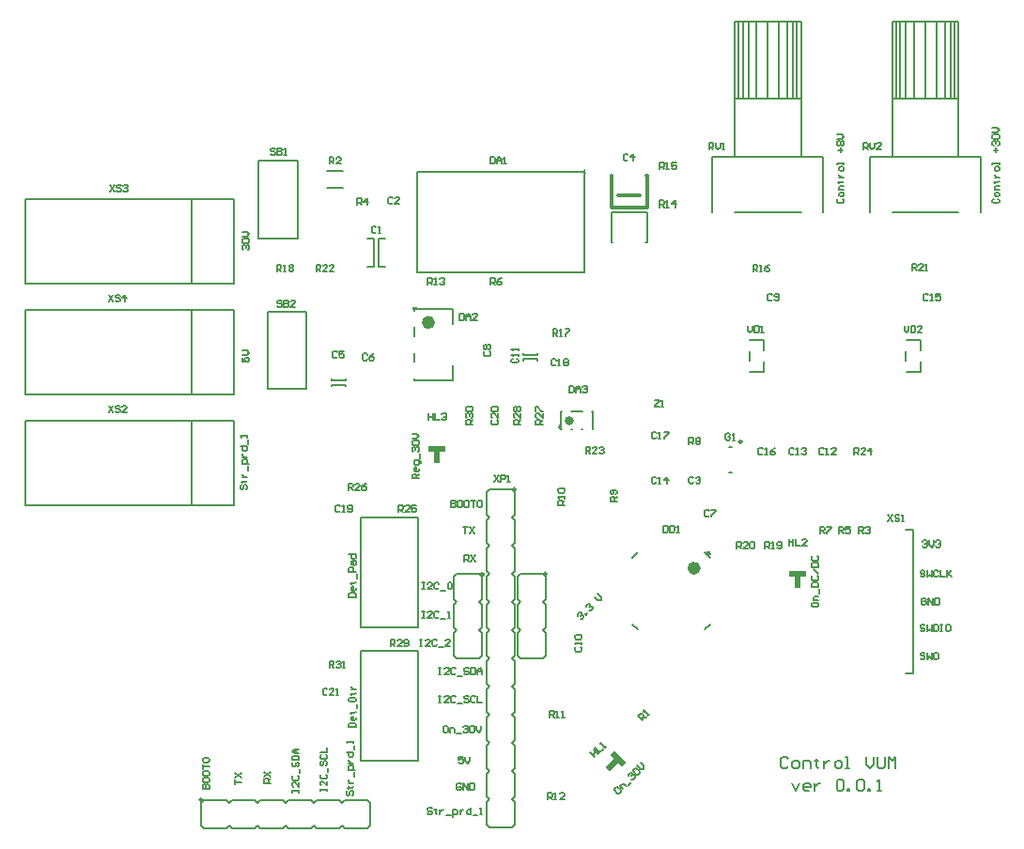
<source format=gto>
G04*
G04 #@! TF.GenerationSoftware,Altium Limited,Altium Designer,24.2.2 (26)*
G04*
G04 Layer_Color=65535*
%FSLAX44Y44*%
%MOMM*%
G71*
G04*
G04 #@! TF.SameCoordinates,CC1128A4-4406-4156-BFDA-932D597DC64E*
G04*
G04*
G04 #@! TF.FilePolarity,Positive*
G04*
G01*
G75*
%ADD10C,0.2500*%
%ADD11C,0.4000*%
%ADD12C,0.6000*%
%ADD13C,0.1500*%
%ADD14C,0.2000*%
%ADD15C,0.3000*%
%ADD16R,0.5000X1.3050*%
%ADD17R,1.5000X0.5550*%
G04:AMPARAMS|DCode=18|XSize=1.305mm|YSize=0.5mm|CornerRadius=0mm|HoleSize=0mm|Usage=FLASHONLY|Rotation=225.000|XOffset=0mm|YOffset=0mm|HoleType=Round|Shape=Rectangle|*
%AMROTATEDRECTD18*
4,1,4,0.2846,0.6382,0.6382,0.2846,-0.2846,-0.6382,-0.6382,-0.2846,0.2846,0.6382,0.0*
%
%ADD18ROTATEDRECTD18*%

G04:AMPARAMS|DCode=19|XSize=0.555mm|YSize=1.5mm|CornerRadius=0mm|HoleSize=0mm|Usage=FLASHONLY|Rotation=225.000|XOffset=0mm|YOffset=0mm|HoleType=Round|Shape=Rectangle|*
%AMROTATEDRECTD19*
4,1,4,-0.3341,0.7266,0.7266,-0.3341,0.3341,-0.7266,-0.7266,0.3341,-0.3341,0.7266,0.0*
%
%ADD19ROTATEDRECTD19*%

D10*
X413950Y267100D02*
G03*
X413950Y267100I-1250J0D01*
G01*
X160550Y63700D02*
G03*
X160550Y63700I-1250J0D01*
G01*
X470848Y267301D02*
G03*
X470848Y267301I-1250J0D01*
G01*
X646500Y386450D02*
G03*
X646500Y386450I-1250J0D01*
G01*
X442950Y343500D02*
G03*
X442950Y343500I-1250J0D01*
G01*
X482992Y400762D02*
G03*
X483032Y398461I508J-1142D01*
G01*
X616500Y284250D02*
G03*
X615250Y285500I0J1250D01*
G01*
X352633Y507028D02*
G03*
X350972Y505367I-1133J-528D01*
G01*
X504878Y628817D02*
G03*
X503217Y630478I-528J1133D01*
G01*
D11*
X493000Y405500D02*
G03*
X493000Y405500I-2000J0D01*
G01*
D12*
X606500Y272500D02*
G03*
X606500Y272500I-3000J0D01*
G01*
X367000Y494000D02*
G03*
X367000Y494000I-3000J0D01*
G01*
D13*
X387300Y193440D02*
X387300Y213760D01*
X389840Y216300D01*
X387300Y193440D02*
X389840Y190900D01*
X412700Y213760D02*
X412700Y193440D01*
X410180Y216280D02*
X412700Y213760D01*
X410160Y190900D02*
X412700Y193440D01*
X389840Y190900D02*
X410160D01*
X387300Y264560D02*
X387300Y244240D01*
X387300Y264560D02*
X389840Y267100D01*
Y267103D02*
X410180Y267080D01*
X387300Y244240D02*
X389840Y241700D01*
X412700Y244240D02*
X412700Y264560D01*
X410180Y267080D02*
X412700Y264560D01*
X410160Y241700D02*
X412700Y244240D01*
X410160Y216300D02*
X412700Y218840D01*
X410180Y241680D02*
X412700Y239160D01*
Y218840D02*
Y239160D01*
X387300Y218840D02*
X389840Y216300D01*
X387300Y239160D02*
X389840Y241700D01*
X387300Y218840D02*
Y239160D01*
X263440Y38300D02*
X283760D01*
X260900Y40840D02*
X263440Y38300D01*
X283760D02*
X286300Y40840D01*
X263440Y63700D02*
X283760D01*
X260920Y61180D02*
X263440Y63700D01*
X283760D02*
X286300Y61160D01*
X309160Y63700D02*
X311700Y61160D01*
X286320Y61180D02*
X288840Y63700D01*
X309160D01*
Y38300D02*
X311700Y40840D01*
Y61160D01*
X286300Y40840D02*
X288840Y38300D01*
X309160D01*
X212640D02*
X232960D01*
X210100Y40840D02*
X212640Y38300D01*
X232960D02*
X235500Y40840D01*
X212640Y63700D02*
X232960D01*
X210120Y61180D02*
X212640Y63700D01*
X232960D02*
X235500Y61160D01*
X258360Y63700D02*
X260900Y61160D01*
X235520Y61180D02*
X238040Y63700D01*
X258360D01*
Y38300D02*
X260900Y40840D01*
X235500D02*
X238040Y38300D01*
X258360D01*
X161840D02*
X182160D01*
X159300Y40840D02*
X161840Y38300D01*
X159297Y40840D02*
X159320Y61180D01*
X182160Y38300D02*
X184700Y40840D01*
X161840Y63700D02*
X182160D01*
X159320Y61180D02*
X161840Y63700D01*
X182160D02*
X184700Y61160D01*
X207560Y63700D02*
X210100Y61160D01*
X184720Y61180D02*
X187240Y63700D01*
X207560D01*
Y38300D02*
X210100Y40840D01*
X184700D02*
X187240Y38300D01*
X207560D01*
X444198Y193641D02*
X444198Y213961D01*
X446738Y216501D01*
X444198Y193641D02*
X446738Y191101D01*
X469598Y213961D02*
X469598Y193641D01*
X467078Y216481D02*
X469598Y213961D01*
X467058Y191101D02*
X469598Y193641D01*
X446738Y191101D02*
X467058D01*
X444198Y264761D02*
X444198Y244441D01*
X444198Y264761D02*
X446738Y267301D01*
Y267304D02*
X467078Y267281D01*
X444198Y244441D02*
X446738Y241901D01*
X469598Y244441D02*
X469598Y264761D01*
X467078Y267281D02*
X469598Y264761D01*
X467058Y241901D02*
X469598Y244441D01*
X467058Y216501D02*
X469598Y219041D01*
X467078Y241881D02*
X469598Y239361D01*
Y219041D02*
Y239361D01*
X444198Y219041D02*
X446738Y216501D01*
X444198Y239361D02*
X446738Y241901D01*
X444198Y219041D02*
Y239361D01*
X634703Y381500D02*
X637300Y381500D01*
X634703Y358500D02*
X637300Y358500D01*
X807500Y469067D02*
Y478500D01*
X794500Y459542D02*
Y468458D01*
X794684Y478500D02*
X807500D01*
X794684Y449500D02*
X807500D01*
Y458933D01*
X416300Y295240D02*
X416300Y315560D01*
X418840Y318100D01*
X416300Y295240D02*
X418840Y292700D01*
X441700Y315560D02*
X441700Y295240D01*
X439180Y318080D02*
X441700Y315560D01*
X439160Y292700D02*
X441700Y295240D01*
X439160Y318100D02*
X441700Y320640D01*
X439180Y343480D02*
X441700Y340960D01*
X441700Y320640D01*
X416300D02*
X418840Y318100D01*
Y343503D02*
X439180Y343480D01*
X416300Y340960D02*
X418840Y343500D01*
X416300Y320640D02*
X416300Y340960D01*
X416300Y264760D02*
X416300Y244440D01*
X416300Y264760D02*
X418840Y267300D01*
X416300Y244440D02*
X418840Y241900D01*
X441700Y244440D02*
X441700Y264760D01*
X439180Y267280D02*
X441700Y264760D01*
X439160Y241900D02*
X441700Y244440D01*
X439160Y267300D02*
X441700Y269840D01*
X439180Y292680D02*
X441700Y290160D01*
Y269840D02*
Y290160D01*
X416300Y269840D02*
X418840Y267300D01*
X416300Y290160D02*
X418840Y292700D01*
X416300Y269840D02*
Y290160D01*
X416300Y193640D02*
X416300Y213960D01*
X418840Y216500D01*
X416300Y193640D02*
X418840Y191100D01*
X441700Y213960D02*
X441700Y193640D01*
X439180Y216480D02*
X441700Y213960D01*
X439160Y191100D02*
X441700Y193640D01*
X439160Y216500D02*
X441700Y219040D01*
X439180Y241880D02*
X441700Y239360D01*
X441700Y219040D02*
X441700Y239360D01*
X416300Y219040D02*
X418840Y216500D01*
X416300Y239360D02*
X418840Y241900D01*
X416300Y239360D02*
X416300Y219040D01*
X416300Y163160D02*
X416300Y142840D01*
X416300Y163160D02*
X418840Y165700D01*
X416300Y142840D02*
X418840Y140300D01*
X441700Y142840D02*
X441700Y163160D01*
X439180Y165680D02*
X441700Y163160D01*
X439160Y140300D02*
X441700Y142840D01*
X439160Y165700D02*
X441700Y168240D01*
X439180Y191080D02*
X441700Y188560D01*
X441700Y168240D01*
X416300D02*
X418840Y165700D01*
X416300Y188560D02*
X418840Y191100D01*
X416300Y168240D02*
X416300Y188560D01*
X416300Y92040D02*
X416300Y112360D01*
X418840Y114900D01*
X416300Y92040D02*
X418840Y89500D01*
X441700Y112360D02*
X441700Y92040D01*
X439180Y114880D02*
X441700Y112360D01*
X439160Y89500D02*
X441700Y92040D01*
X439160Y114900D02*
X441700Y117440D01*
X439180Y140280D02*
X441700Y137760D01*
X441700Y117440D02*
X441700Y137760D01*
X416300Y117440D02*
X418840Y114900D01*
X416300Y137760D02*
X418840Y140300D01*
X416300Y137760D02*
X416300Y117440D01*
Y41240D02*
Y61560D01*
X418840Y64100D01*
Y38700D02*
X439160D01*
X416300Y41240D02*
X418840Y38700D01*
X441700Y41240D02*
Y61560D01*
X439180Y64080D02*
X441700Y61560D01*
X439160Y38700D02*
X441700Y41240D01*
X439160Y64100D02*
X441700Y66640D01*
X439180Y89480D02*
X441700Y86960D01*
Y66640D02*
Y86960D01*
X416300Y66640D02*
X418840Y64100D01*
X416300Y86960D02*
X418840Y89500D01*
X416300Y66640D02*
Y86960D01*
X449751Y460998D02*
X462251D01*
X449751Y459699D02*
Y460998D01*
X462251Y459699D02*
Y460998D01*
X449751Y465000D02*
X462251D01*
X449751D02*
Y466299D01*
X462251Y465000D02*
Y466299D01*
X276751Y437998D02*
X289251D01*
X276751Y436699D02*
Y437998D01*
X289251Y436699D02*
Y437998D01*
X276751Y442000D02*
X289251D01*
X276751D02*
Y443299D01*
X289251Y442000D02*
Y443299D01*
X319000Y544500D02*
X325300D01*
X319000Y569500D02*
X325300D01*
X308700Y544500D02*
X315000D01*
X308700Y569500D02*
X315000D01*
Y544500D02*
Y569500D01*
X319000Y544500D02*
Y569500D01*
X272700Y631000D02*
X287300D01*
X272700Y615000D02*
X287300D01*
X666500Y449500D02*
Y458933D01*
X653684Y449500D02*
X666500D01*
X653684Y478500D02*
X666500D01*
X653500Y459542D02*
Y468458D01*
X666500Y469067D02*
Y478500D01*
X483500Y398000D02*
Y414000D01*
X511750D02*
X512500Y414000D01*
Y398000D02*
Y414000D01*
X492870D02*
X503130D01*
X483500Y414000D02*
X484250D01*
X483500Y398000D02*
X484130Y398000D01*
X511870Y398000D02*
X512500Y398000D01*
X502370D02*
X503130Y398000D01*
X492870Y398000D02*
X493630D01*
X613171Y217170D02*
X617830Y221829D01*
X548171Y221829D02*
X552830Y217170D01*
X548171Y282170D02*
X552830Y286829D01*
X613171Y286829D02*
X617830Y282170D01*
X351500Y458340D02*
Y466660D01*
X386500Y441500D02*
Y455160D01*
X351500Y505750D02*
X351500Y506500D01*
X386500D01*
X351500Y441500D02*
Y443660D01*
Y441500D02*
X386500D01*
X351500Y489660D02*
X351500Y481340D01*
X386500Y492840D02*
Y506500D01*
X351500Y506500D02*
X351500Y504340D01*
X782000Y593000D02*
X842000D01*
X762000D02*
Y643000D01*
X834500Y695500D02*
Y765500D01*
X829500Y695500D02*
Y765500D01*
X822000Y695500D02*
Y765500D01*
X838250Y695500D02*
Y765500D01*
X785750D02*
X785750Y695500D01*
X762000Y643000D02*
X862000D01*
X842000D02*
Y695500D01*
X782000D02*
X842000D01*
X782000Y643000D02*
Y695500D01*
X842000D02*
Y765500D01*
X782000Y765500D02*
X842000Y765500D01*
X782000Y695500D02*
Y765500D01*
X812000Y695500D02*
Y765500D01*
X802000Y695500D02*
Y765500D01*
X794500Y695500D02*
X794500Y765500D01*
X789500Y695500D02*
Y765500D01*
X862000Y593000D02*
Y643000D01*
X640000Y593000D02*
X700000D01*
X620000Y643000D02*
X620000Y593000D01*
X692500Y695500D02*
Y765500D01*
X687500Y695500D02*
Y765500D01*
X680000Y695500D02*
Y765500D01*
X696250Y695500D02*
Y765500D01*
X643750Y695500D02*
Y765500D01*
X620000Y643000D02*
X720000D01*
X700000D02*
Y695500D01*
X640000D02*
X700000D01*
X640000Y643000D02*
Y695500D01*
X700000D02*
Y765500D01*
X640000D02*
X700000D01*
X640000Y695500D02*
Y765500D01*
X670000Y695500D02*
Y765500D01*
X660000Y695500D02*
Y765500D01*
X652500Y695500D02*
Y765500D01*
X647500Y695500D02*
Y765500D01*
X720000Y593000D02*
X720000Y643000D01*
X528998Y565998D02*
X530300D01*
X559700D02*
X561002D01*
X529002Y593249D02*
X561002D01*
X528998Y565998D02*
Y593249D01*
X561002Y565998D02*
Y593249D01*
X353850Y629950D02*
X504350D01*
X353850Y539450D02*
X504350Y539450D01*
X504350Y629950D02*
X504350Y539450D01*
X353850Y539450D02*
Y629950D01*
X498466Y229656D02*
Y231069D01*
X499879Y232483D01*
X501293Y232483D01*
X502000Y231776D01*
Y230363D01*
X501293Y229656D01*
X502000Y230363D01*
X503414D01*
X504121Y229656D01*
Y228242D01*
X502707Y226828D01*
X501293D01*
X506241Y230363D02*
X505534Y231069D01*
X506241Y231776D01*
X506948Y231069D01*
X506241Y230363D01*
Y237431D02*
X506241Y238845D01*
X507655Y240259D01*
X509069D01*
X509776Y239552D01*
Y238138D01*
X509069Y237431D01*
X509776Y238138D01*
X511189D01*
X511896Y237431D01*
Y236018D01*
X510482Y234604D01*
X509069D01*
X514017Y246621D02*
X516844Y243793D01*
X519672D01*
X519672Y246621D01*
X516844Y249448D01*
X197502Y559500D02*
X196502Y560500D01*
Y562499D01*
X197502Y563499D01*
X198501D01*
X199501Y562499D01*
Y561499D01*
Y562499D01*
X200501Y563499D01*
X201500D01*
X202500Y562499D01*
Y560500D01*
X201500Y559500D01*
X197502Y565498D02*
X196502Y566498D01*
Y568497D01*
X197502Y569497D01*
X201500D01*
X202500Y568497D01*
Y566498D01*
X201500Y565498D01*
X197502D01*
X196502Y571496D02*
X200501D01*
X202500Y573495D01*
X200501Y575495D01*
X196502D01*
X196502Y462499D02*
Y458500D01*
X199501D01*
X198501Y460499D01*
Y461499D01*
X199501Y462499D01*
X201500D01*
X202500Y461499D01*
Y459500D01*
X201500Y458500D01*
X196502Y464498D02*
X200501D01*
X202500Y466497D01*
X200501Y468497D01*
X196502D01*
X195502Y347499D02*
X194503Y346499D01*
Y344500D01*
X195502Y343500D01*
X196502D01*
X197502Y344500D01*
Y346499D01*
X198501Y347499D01*
X199501D01*
X200501Y346499D01*
Y344500D01*
X199501Y343500D01*
X195502Y350498D02*
X196502D01*
Y349498D01*
Y351497D01*
Y350498D01*
X199501D01*
X200501Y351497D01*
X196502Y354496D02*
X200501D01*
X198501D01*
X197502Y355496D01*
X196502Y356496D01*
Y357495D01*
X201500Y360494D02*
Y364493D01*
X202500Y366493D02*
X196502D01*
Y369492D01*
X197502Y370491D01*
X199501D01*
X200501Y369492D01*
Y366493D01*
X196502Y372491D02*
X200501D01*
X198501D01*
X197502Y373490D01*
X196502Y374490D01*
Y375490D01*
X194503Y382487D02*
X200501D01*
Y379488D01*
X199501Y378489D01*
X197502D01*
X196502Y379488D01*
Y382487D01*
X201500Y384487D02*
Y388485D01*
X200501Y390485D02*
Y392484D01*
Y391484D01*
X194503D01*
X195502Y390485D01*
X733502Y605499D02*
X732502Y604499D01*
Y602500D01*
X733502Y601500D01*
X737500D01*
X738500Y602500D01*
Y604499D01*
X737500Y605499D01*
X738500Y608498D02*
Y610497D01*
X737500Y611497D01*
X735501D01*
X734501Y610497D01*
Y608498D01*
X735501Y607498D01*
X737500D01*
X738500Y608498D01*
Y613496D02*
X734501D01*
Y616495D01*
X735501Y617495D01*
X738500D01*
X733502Y620494D02*
X734501D01*
Y619494D01*
Y621493D01*
Y620494D01*
X737500D01*
X738500Y621493D01*
X734501Y624492D02*
X738500D01*
X736501D01*
X735501Y625492D01*
X734501Y626492D01*
Y627491D01*
X738500Y631490D02*
Y633490D01*
X737500Y634489D01*
X735501D01*
X734501Y633490D01*
Y631490D01*
X735501Y630491D01*
X737500D01*
X738500Y631490D01*
Y636489D02*
Y638488D01*
Y637488D01*
X732502D01*
Y636489D01*
X735501Y647485D02*
Y651484D01*
X733502Y649484D02*
X737500D01*
X733502Y653483D02*
X732502Y654483D01*
Y656482D01*
X733502Y657482D01*
X734501D01*
X735501Y656482D01*
X736501Y657482D01*
X737500D01*
X738500Y656482D01*
Y654483D01*
X737500Y653483D01*
X736501D01*
X735501Y654483D01*
X734501Y653483D01*
X733502D01*
X735501Y654483D02*
Y656482D01*
X732502Y659481D02*
X736501D01*
X738500Y661480D01*
X736501Y663480D01*
X732502D01*
X873502Y605499D02*
X872502Y604499D01*
Y602500D01*
X873502Y601500D01*
X877500D01*
X878500Y602500D01*
Y604499D01*
X877500Y605499D01*
X878500Y608498D02*
Y610497D01*
X877500Y611497D01*
X875501D01*
X874501Y610497D01*
Y608498D01*
X875501Y607498D01*
X877500D01*
X878500Y608498D01*
Y613496D02*
X874501D01*
Y616495D01*
X875501Y617495D01*
X878500D01*
X873502Y620494D02*
X874501D01*
Y619494D01*
Y621493D01*
Y620494D01*
X877500D01*
X878500Y621493D01*
X874501Y624492D02*
X878500D01*
X876501D01*
X875501Y625492D01*
X874501Y626492D01*
Y627491D01*
X878500Y631490D02*
Y633490D01*
X877500Y634489D01*
X875501D01*
X874501Y633490D01*
Y631490D01*
X875501Y630490D01*
X877500D01*
X878500Y631490D01*
Y636489D02*
Y638488D01*
Y637488D01*
X872502D01*
Y636489D01*
X875501Y647485D02*
Y651484D01*
X873502Y649484D02*
X877500D01*
X873502Y653483D02*
X872502Y654483D01*
Y656482D01*
X873502Y657482D01*
X874501D01*
X875501Y656482D01*
Y655482D01*
Y656482D01*
X876501Y657482D01*
X877500D01*
X878500Y656482D01*
Y654483D01*
X877500Y653483D01*
X873502Y659481D02*
X872502Y660481D01*
Y662480D01*
X873502Y663480D01*
X877500D01*
X878500Y662480D01*
Y660481D01*
X877500Y659481D01*
X873502D01*
X872502Y665479D02*
X876501D01*
X878500Y667478D01*
X876501Y669478D01*
X872502D01*
X292502Y129029D02*
X298500D01*
Y132028D01*
X297501Y133028D01*
X293502D01*
X292502Y132028D01*
Y129029D01*
X298500Y138026D02*
Y136027D01*
X297501Y135027D01*
X295501D01*
X294502Y136027D01*
Y138026D01*
X295501Y139026D01*
X296501D01*
Y135027D01*
X293502Y142025D02*
X294502D01*
Y141025D01*
Y143025D01*
Y142025D01*
X297501D01*
X298500Y143025D01*
X299500Y146024D02*
Y150022D01*
X292502Y155021D02*
Y153021D01*
X293502Y152022D01*
X297501D01*
X298500Y153021D01*
Y155021D01*
X297501Y156020D01*
X293502D01*
X292502Y155021D01*
X293502Y159019D02*
X294502D01*
Y158020D01*
Y160019D01*
Y159019D01*
X297501D01*
X298500Y160019D01*
X294502Y163018D02*
X298500D01*
X296501D01*
X295501Y164018D01*
X294502Y165017D01*
Y166017D01*
X292502Y246106D02*
X298500D01*
Y249105D01*
X297501Y250105D01*
X293502D01*
X292502Y249105D01*
Y246106D01*
X298500Y255103D02*
Y253104D01*
X297501Y252104D01*
X295501D01*
X294502Y253104D01*
Y255103D01*
X295501Y256103D01*
X296501D01*
Y252104D01*
X293502Y259102D02*
X294502D01*
Y258102D01*
Y260102D01*
Y259102D01*
X297501D01*
X298500Y260102D01*
X299500Y263101D02*
Y267099D01*
X298500Y269099D02*
X292502D01*
Y272098D01*
X293502Y273097D01*
X295501D01*
X296501Y272098D01*
Y269099D01*
X294502Y276096D02*
Y278096D01*
X295501Y279096D01*
X298500D01*
Y276096D01*
X297501Y275097D01*
X296501Y276096D01*
Y279096D01*
X292502Y285094D02*
X298500D01*
Y282095D01*
X297501Y281095D01*
X295501D01*
X294502Y282095D01*
Y285094D01*
X709502Y240499D02*
Y238500D01*
X710502Y237500D01*
X714501D01*
X715500Y238500D01*
Y240499D01*
X714501Y241499D01*
X710502D01*
X709502Y240499D01*
X715500Y243498D02*
X711502D01*
Y246497D01*
X712501Y247497D01*
X715500D01*
X716500Y249496D02*
Y253495D01*
X709502Y255494D02*
X715500D01*
Y258493D01*
X714501Y259493D01*
X710502D01*
X709502Y258493D01*
Y255494D01*
X710502Y265491D02*
X709502Y264491D01*
Y262492D01*
X710502Y261492D01*
X714501D01*
X715500Y262492D01*
Y264491D01*
X714501Y265491D01*
X715500Y267490D02*
X711502Y271489D01*
X709502Y273488D02*
X715500D01*
Y276487D01*
X714501Y277487D01*
X710502D01*
X709502Y276487D01*
Y273488D01*
X710502Y283485D02*
X709502Y282485D01*
Y280486D01*
X710502Y279486D01*
X714501D01*
X715500Y280486D01*
Y282485D01*
X714501Y283485D01*
X533222Y75240D02*
X531809Y73826D01*
Y72412D01*
X534636Y69585D01*
X536050D01*
X537464Y70998D01*
Y72412D01*
X534636Y75240D01*
X533222Y75240D01*
X539584Y73119D02*
X536757Y75947D01*
X538877Y78067D01*
X540291D01*
X542412Y75947D01*
X544532Y76653D02*
X547360Y79481D01*
X544532Y85136D02*
Y86550D01*
X545946Y87963D01*
X547360Y87963D01*
X548067Y87257D01*
Y85843D01*
X547360Y85136D01*
X548067Y85843D01*
X549481D01*
X550187Y85136D01*
Y83722D01*
X548774Y82309D01*
X547360D01*
X548774Y89377D02*
Y90791D01*
X550187Y92205D01*
X551601Y92205D01*
X554429Y89377D01*
Y87963D01*
X553015Y86550D01*
X551601D01*
X548774Y89377D01*
X552308Y94325D02*
X555136Y91498D01*
X557963D01*
X557963Y94325D01*
X555136Y97153D01*
X189588Y77586D02*
Y81584D01*
Y79585D01*
X195586D01*
X189588Y83584D02*
X195586Y87582D01*
X189588D02*
X195586Y83584D01*
X222154Y78754D02*
X216156D01*
Y81753D01*
X217156Y82752D01*
X219155D01*
X220155Y81753D01*
Y78754D01*
Y80753D02*
X222154Y82752D01*
X216156Y84752D02*
X222154Y88750D01*
X216156D02*
X222154Y84752D01*
X241502Y70500D02*
Y72499D01*
Y71499D01*
X247500D01*
Y70500D01*
Y72499D01*
Y79497D02*
Y75498D01*
X243502Y79497D01*
X242502D01*
X241502Y78497D01*
Y76498D01*
X242502Y75498D01*
Y85495D02*
X241502Y84495D01*
Y82496D01*
X242502Y81496D01*
X246501D01*
X247500Y82496D01*
Y84495D01*
X246501Y85495D01*
X248500Y87494D02*
Y91493D01*
X242502Y97491D02*
X241502Y96491D01*
Y94492D01*
X242502Y93492D01*
X243502D01*
X244501Y94492D01*
Y96491D01*
X245501Y97491D01*
X246501D01*
X247500Y96491D01*
Y94492D01*
X246501Y93492D01*
X241502Y99490D02*
X247500D01*
Y102489D01*
X246501Y103489D01*
X242502D01*
X241502Y102489D01*
Y99490D01*
X247500Y105488D02*
X243502D01*
X241502Y107488D01*
X243502Y109487D01*
X247500D01*
X244501D01*
Y105488D01*
X266502Y71500D02*
Y73499D01*
Y72499D01*
X272500D01*
Y71500D01*
Y73499D01*
Y80497D02*
Y76498D01*
X268502Y80497D01*
X267502D01*
X266502Y79497D01*
Y77498D01*
X267502Y76498D01*
Y86495D02*
X266502Y85495D01*
Y83496D01*
X267502Y82496D01*
X271501D01*
X272500Y83496D01*
Y85495D01*
X271501Y86495D01*
X273500Y88494D02*
Y92493D01*
X267502Y98491D02*
X266502Y97491D01*
Y95492D01*
X267502Y94492D01*
X268502D01*
X269501Y95492D01*
Y97491D01*
X270501Y98491D01*
X271501D01*
X272500Y97491D01*
Y95492D01*
X271501Y94492D01*
X267502Y104489D02*
X266502Y103489D01*
Y101490D01*
X267502Y100490D01*
X271501D01*
X272500Y101490D01*
Y103489D01*
X271501Y104489D01*
X266502Y106488D02*
X272500D01*
Y110487D01*
X291295Y71698D02*
X290296Y70699D01*
Y68699D01*
X291295Y67700D01*
X292295D01*
X293295Y68699D01*
Y70699D01*
X294294Y71698D01*
X295294D01*
X296294Y70699D01*
Y68699D01*
X295294Y67700D01*
X291295Y74697D02*
X292295D01*
Y73698D01*
Y75697D01*
Y74697D01*
X295294D01*
X296294Y75697D01*
X292295Y78696D02*
X296294D01*
X294294D01*
X293295Y79696D01*
X292295Y80695D01*
Y81695D01*
X297293Y84694D02*
Y88693D01*
X298293Y90692D02*
X292295D01*
Y93691D01*
X293295Y94691D01*
X295294D01*
X296294Y93691D01*
Y90692D01*
X292295Y96690D02*
X296294D01*
X294294D01*
X293295Y97690D01*
X292295Y98690D01*
Y99689D01*
X290296Y106687D02*
X296294D01*
Y103688D01*
X295294Y102688D01*
X293295D01*
X292295Y103688D01*
Y106687D01*
X297293Y108687D02*
Y112685D01*
X296294Y114684D02*
Y116684D01*
Y115684D01*
X290296D01*
X291295Y114684D01*
X160502Y73500D02*
X166500D01*
Y76499D01*
X165500Y77498D01*
X164501D01*
X163501Y76499D01*
Y73500D01*
Y76499D01*
X162501Y77498D01*
X161502D01*
X160502Y76499D01*
Y73500D01*
Y82497D02*
Y80498D01*
X161502Y79498D01*
X165500D01*
X166500Y80498D01*
Y82497D01*
X165500Y83497D01*
X161502D01*
X160502Y82497D01*
Y88495D02*
Y86496D01*
X161502Y85496D01*
X165500D01*
X166500Y86496D01*
Y88495D01*
X165500Y89494D01*
X161502D01*
X160502Y88495D01*
Y91494D02*
Y95493D01*
Y93493D01*
X166500D01*
X161502Y97492D02*
X160502Y98492D01*
Y100491D01*
X161502Y101491D01*
X165500D01*
X166500Y100491D01*
Y98492D01*
X165500Y97492D01*
X161502D01*
X358500Y259498D02*
X360499D01*
X359500D01*
Y253499D01*
X358500D01*
X360499D01*
X367497D02*
X363498D01*
X367497Y257498D01*
Y258498D01*
X366497Y259498D01*
X364498D01*
X363498Y258498D01*
X373495D02*
X372495Y259498D01*
X370496D01*
X369496Y258498D01*
Y254499D01*
X370496Y253499D01*
X372495D01*
X373495Y254499D01*
X375494Y252500D02*
X379493D01*
X381493Y258498D02*
X382492Y259498D01*
X384492D01*
X385491Y258498D01*
Y254499D01*
X384492Y253499D01*
X382492D01*
X381493Y254499D01*
Y258498D01*
X358500Y233498D02*
X360499D01*
X359500D01*
Y227499D01*
X358500D01*
X360499D01*
X367497D02*
X363498D01*
X367497Y231498D01*
Y232498D01*
X366497Y233498D01*
X364498D01*
X363498Y232498D01*
X373495D02*
X372495Y233498D01*
X370496D01*
X369496Y232498D01*
Y228499D01*
X370496Y227499D01*
X372495D01*
X373495Y228499D01*
X375494Y226500D02*
X379493D01*
X381493Y227499D02*
X383492D01*
X382492D01*
Y233498D01*
X381493Y232498D01*
X356500Y208498D02*
X358499D01*
X357500D01*
Y202499D01*
X356500D01*
X358499D01*
X365497D02*
X361498D01*
X365497Y206498D01*
Y207498D01*
X364497Y208498D01*
X362498D01*
X361498Y207498D01*
X371495D02*
X370495Y208498D01*
X368496D01*
X367496Y207498D01*
Y203499D01*
X368496Y202499D01*
X370495D01*
X371495Y203499D01*
X373494Y201500D02*
X377493D01*
X383491Y202499D02*
X379492D01*
X383491Y206498D01*
Y207498D01*
X382491Y208498D01*
X380492D01*
X379492Y207498D01*
X384500Y333498D02*
Y327500D01*
X387499D01*
X388499Y328499D01*
Y329499D01*
X387499Y330499D01*
X384500D01*
X387499D01*
X388499Y331498D01*
Y332498D01*
X387499Y333498D01*
X384500D01*
X393497D02*
X391498D01*
X390498Y332498D01*
Y328499D01*
X391498Y327500D01*
X393497D01*
X394497Y328499D01*
Y332498D01*
X393497Y333498D01*
X399495D02*
X397496D01*
X396496Y332498D01*
Y328499D01*
X397496Y327500D01*
X399495D01*
X400495Y328499D01*
Y332498D01*
X399495Y333498D01*
X402494D02*
X406493D01*
X404493D01*
Y327500D01*
X408492Y332498D02*
X409492Y333498D01*
X411491D01*
X412491Y332498D01*
Y328499D01*
X411491Y327500D01*
X409492D01*
X408492Y328499D01*
Y332498D01*
X355501Y353500D02*
X349503D01*
Y356499D01*
X350502Y357499D01*
X352502D01*
X353501Y356499D01*
Y353500D01*
Y355499D02*
X355501Y357499D01*
Y362497D02*
Y360498D01*
X354501Y359498D01*
X352502D01*
X351502Y360498D01*
Y362497D01*
X352502Y363497D01*
X353501D01*
Y359498D01*
X357500Y367495D02*
Y368495D01*
X356500Y369495D01*
X351502D01*
Y366496D01*
X352502Y365496D01*
X354501D01*
X355501Y366496D01*
Y369495D01*
X356500Y371494D02*
Y375493D01*
X350502Y377492D02*
X349503Y378492D01*
Y380491D01*
X350502Y381491D01*
X351502D01*
X352502Y380491D01*
Y379492D01*
Y380491D01*
X353501Y381491D01*
X354501D01*
X355501Y380491D01*
Y378492D01*
X354501Y377492D01*
X350502Y383490D02*
X349503Y384490D01*
Y386489D01*
X350502Y387489D01*
X354501D01*
X355501Y386489D01*
Y384490D01*
X354501Y383490D01*
X350502D01*
X349503Y389488D02*
X353501D01*
X355501Y391488D01*
X353501Y393487D01*
X349503D01*
X811499Y195498D02*
X810499Y196498D01*
X808500D01*
X807500Y195498D01*
Y194498D01*
X808500Y193499D01*
X810499D01*
X811499Y192499D01*
Y191499D01*
X810499Y190500D01*
X808500D01*
X807500Y191499D01*
X813498Y196498D02*
Y190500D01*
X815497Y192499D01*
X817497Y190500D01*
Y196498D01*
X822495D02*
X820496D01*
X819496Y195498D01*
Y191499D01*
X820496Y190500D01*
X822495D01*
X823495Y191499D01*
Y195498D01*
X822495Y196498D01*
X811499Y220498D02*
X810499Y221498D01*
X808500D01*
X807500Y220498D01*
Y219498D01*
X808500Y218499D01*
X810499D01*
X811499Y217499D01*
Y216499D01*
X810499Y215500D01*
X808500D01*
X807500Y216499D01*
X813498Y221498D02*
Y215500D01*
X815497Y217499D01*
X817497Y215500D01*
Y221498D01*
X819496D02*
Y215500D01*
X822495D01*
X823495Y216499D01*
Y220498D01*
X822495Y221498D01*
X819496D01*
X825494D02*
X827494D01*
X826494D01*
Y215500D01*
X825494D01*
X827494D01*
X833492Y221498D02*
X831492D01*
X830492Y220498D01*
Y216499D01*
X831492Y215500D01*
X833492D01*
X834491Y216499D01*
Y220498D01*
X833492Y221498D01*
X812499Y244498D02*
X811499Y245498D01*
X809500D01*
X808500Y244498D01*
Y240499D01*
X809500Y239500D01*
X811499D01*
X812499Y240499D01*
Y242499D01*
X810499D01*
X814498Y239500D02*
Y245498D01*
X818497Y239500D01*
Y245498D01*
X820496D02*
Y239500D01*
X823495D01*
X824495Y240499D01*
Y244498D01*
X823495Y245498D01*
X820496D01*
X811499Y269498D02*
X810499Y270498D01*
X808500D01*
X807500Y269498D01*
Y268498D01*
X808500Y267499D01*
X810499D01*
X811499Y266499D01*
Y265499D01*
X810499Y264500D01*
X808500D01*
X807500Y265499D01*
X813498Y270498D02*
Y264500D01*
X815497Y266499D01*
X817497Y264500D01*
Y270498D01*
X823495Y269498D02*
X822495Y270498D01*
X820496D01*
X819496Y269498D01*
Y265499D01*
X820496Y264500D01*
X822495D01*
X823495Y265499D01*
X825494Y270498D02*
Y264500D01*
X829493D01*
X831492Y270498D02*
Y264500D01*
Y266499D01*
X835491Y270498D01*
X832492Y267499D01*
X835491Y264500D01*
X809500Y296498D02*
X810500Y297498D01*
X812499D01*
X813499Y296498D01*
Y295498D01*
X812499Y294499D01*
X811499D01*
X812499D01*
X813499Y293499D01*
Y292499D01*
X812499Y291500D01*
X810500D01*
X809500Y292499D01*
X815498Y297498D02*
Y293499D01*
X817497Y291500D01*
X819497Y293499D01*
Y297498D01*
X821496Y296498D02*
X822496Y297498D01*
X824495D01*
X825495Y296498D01*
Y295498D01*
X824495Y294499D01*
X823495D01*
X824495D01*
X825495Y293499D01*
Y292499D01*
X824495Y291500D01*
X822496D01*
X821496Y292499D01*
X367499Y55497D02*
X366499Y56497D01*
X364500D01*
X363500Y55497D01*
Y54498D01*
X364500Y53498D01*
X366499D01*
X367499Y52498D01*
Y51499D01*
X366499Y50499D01*
X364500D01*
X363500Y51499D01*
X370498Y55497D02*
Y54498D01*
X369498D01*
X371497D01*
X370498D01*
Y51499D01*
X371497Y50499D01*
X374496Y54498D02*
Y50499D01*
Y52498D01*
X375496Y53498D01*
X376496Y54498D01*
X377495D01*
X380494Y49499D02*
X384493D01*
X386493Y48500D02*
Y54498D01*
X389492D01*
X390491Y53498D01*
Y51499D01*
X389492Y50499D01*
X386493D01*
X392491Y54498D02*
Y50499D01*
Y52498D01*
X393490Y53498D01*
X394490Y54498D01*
X395490D01*
X402487Y56497D02*
Y50499D01*
X399488D01*
X398489Y51499D01*
Y53498D01*
X399488Y54498D01*
X402487D01*
X404487Y49499D02*
X408485D01*
X410485Y50499D02*
X412484D01*
X411484D01*
Y56497D01*
X410485Y55497D01*
X393499Y77498D02*
X392499Y78498D01*
X390500D01*
X389500Y77498D01*
Y73499D01*
X390500Y72500D01*
X392499D01*
X393499Y73499D01*
Y75499D01*
X391499D01*
X395498Y72500D02*
Y78498D01*
X399497Y72500D01*
Y78498D01*
X401496D02*
Y72500D01*
X404495D01*
X405495Y73499D01*
Y77498D01*
X404495Y78498D01*
X401496D01*
X395499Y102498D02*
X391500D01*
Y99499D01*
X393499Y100499D01*
X394499D01*
X395499Y99499D01*
Y97499D01*
X394499Y96500D01*
X392500D01*
X391500Y97499D01*
X397498Y102498D02*
Y98499D01*
X399497Y96500D01*
X401497Y98499D01*
Y102498D01*
X380499Y130498D02*
X378500D01*
X377500Y129498D01*
Y125499D01*
X378500Y124499D01*
X380499D01*
X381499Y125499D01*
Y129498D01*
X380499Y130498D01*
X383498Y124499D02*
Y128498D01*
X386497D01*
X387497Y127498D01*
Y124499D01*
X389496Y123500D02*
X393495D01*
X395494Y129498D02*
X396494Y130498D01*
X398493D01*
X399493Y129498D01*
Y128498D01*
X398493Y127498D01*
X397494D01*
X398493D01*
X399493Y126499D01*
Y125499D01*
X398493Y124499D01*
X396494D01*
X395494Y125499D01*
X401492Y129498D02*
X402492Y130498D01*
X404491D01*
X405491Y129498D01*
Y125499D01*
X404491Y124499D01*
X402492D01*
X401492Y125499D01*
Y129498D01*
X407490Y130498D02*
Y126499D01*
X409490Y124499D01*
X411489Y126499D01*
Y130498D01*
X373500Y157498D02*
X375499D01*
X374500D01*
Y151499D01*
X373500D01*
X375499D01*
X382497D02*
X378498D01*
X382497Y155498D01*
Y156498D01*
X381497Y157498D01*
X379498D01*
X378498Y156498D01*
X388495D02*
X387495Y157498D01*
X385496D01*
X384496Y156498D01*
Y152499D01*
X385496Y151499D01*
X387495D01*
X388495Y152499D01*
X390494Y150500D02*
X394493D01*
X400491Y156498D02*
X399492Y157498D01*
X397492D01*
X396493Y156498D01*
Y155498D01*
X397492Y154498D01*
X399492D01*
X400491Y153499D01*
Y152499D01*
X399492Y151499D01*
X397492D01*
X396493Y152499D01*
X406489Y156498D02*
X405490Y157498D01*
X403490D01*
X402491Y156498D01*
Y152499D01*
X403490Y151499D01*
X405490D01*
X406489Y152499D01*
X408489Y157498D02*
Y151499D01*
X412487D01*
X373500Y182498D02*
X375499D01*
X374500D01*
Y176499D01*
X373500D01*
X375499D01*
X382497D02*
X378498D01*
X382497Y180498D01*
Y181498D01*
X381497Y182498D01*
X379498D01*
X378498Y181498D01*
X388495D02*
X387495Y182498D01*
X385496D01*
X384496Y181498D01*
Y177499D01*
X385496Y176499D01*
X387495D01*
X388495Y177499D01*
X390494Y175500D02*
X394493D01*
X400491Y181498D02*
X399492Y182498D01*
X397492D01*
X396493Y181498D01*
Y180498D01*
X397492Y179498D01*
X399492D01*
X400491Y178499D01*
Y177499D01*
X399492Y176499D01*
X397492D01*
X396493Y177499D01*
X402491Y182498D02*
Y176499D01*
X405490D01*
X406489Y177499D01*
Y181498D01*
X405490Y182498D01*
X402491D01*
X408489Y176499D02*
Y180498D01*
X410488Y182498D01*
X412487Y180498D01*
Y176499D01*
Y179498D01*
X408489D01*
X396500Y278500D02*
Y284498D01*
X399499D01*
X400499Y283498D01*
Y281499D01*
X399499Y280499D01*
X396500D01*
X398499D02*
X400499Y278500D01*
X402498Y284498D02*
X406497Y278500D01*
Y284498D02*
X402498Y278500D01*
X395500Y309498D02*
X399499D01*
X397499D01*
Y303500D01*
X401498Y309498D02*
X405497Y303500D01*
Y309498D02*
X401498Y303500D01*
X617000Y323999D02*
X616001Y324999D01*
X614001D01*
X613002Y323999D01*
Y320001D01*
X614001Y319001D01*
X616001D01*
X617000Y320001D01*
X619000Y324999D02*
X622998D01*
Y323999D01*
X619000Y320001D01*
Y319001D01*
X793003Y490999D02*
Y487000D01*
X795002Y485001D01*
X797001Y487000D01*
Y490999D01*
X799001D02*
Y485001D01*
X802000D01*
X802999Y486000D01*
Y489999D01*
X802000Y490999D01*
X799001D01*
X808997Y485001D02*
X804999D01*
X808997Y488999D01*
Y489999D01*
X807998Y490999D01*
X805998D01*
X804999Y489999D01*
X568001Y423999D02*
X572000D01*
Y422999D01*
X568001Y419000D01*
Y418001D01*
X572000D01*
X573999D02*
X575999D01*
X574999D01*
Y423999D01*
X573999Y422999D01*
X76003Y518999D02*
X80001Y513001D01*
Y518999D02*
X76003Y513001D01*
X85999Y517999D02*
X85000Y518999D01*
X83000D01*
X82001Y517999D01*
Y516999D01*
X83000Y516000D01*
X85000D01*
X85999Y515000D01*
Y514000D01*
X85000Y513001D01*
X83000D01*
X82001Y514000D01*
X90998Y513001D02*
Y518999D01*
X87999Y516000D01*
X91997D01*
X77003Y617999D02*
X81001Y612001D01*
Y617999D02*
X77003Y612001D01*
X86999Y616999D02*
X86000Y617999D01*
X84000D01*
X83001Y616999D01*
Y615999D01*
X84000Y615000D01*
X86000D01*
X86999Y614000D01*
Y613000D01*
X86000Y612001D01*
X84000D01*
X83001Y613000D01*
X88999Y616999D02*
X89998Y617999D01*
X91998D01*
X92997Y616999D01*
Y615999D01*
X91998Y615000D01*
X90998D01*
X91998D01*
X92997Y614000D01*
Y613000D01*
X91998Y612001D01*
X89998D01*
X88999Y613000D01*
X76003Y418999D02*
X80001Y413001D01*
Y418999D02*
X76003Y413001D01*
X85999Y417999D02*
X85000Y418999D01*
X83000D01*
X82001Y417999D01*
Y416999D01*
X83000Y416000D01*
X85000D01*
X85999Y415000D01*
Y414000D01*
X85000Y413001D01*
X83000D01*
X82001Y414000D01*
X91997Y413001D02*
X87999D01*
X91997Y416999D01*
Y417999D01*
X90998Y418999D01*
X88998D01*
X87999Y417999D01*
X778510Y320626D02*
X782509Y314628D01*
Y320626D02*
X778510Y314628D01*
X788507Y319626D02*
X787507Y320626D01*
X785508D01*
X784508Y319626D01*
Y318626D01*
X785508Y317627D01*
X787507D01*
X788507Y316627D01*
Y315627D01*
X787507Y314628D01*
X785508D01*
X784508Y315627D01*
X790506Y314628D02*
X792505D01*
X791506D01*
Y320626D01*
X790506Y319626D01*
X423416Y356650D02*
X427415Y350652D01*
Y356650D02*
X423416Y350652D01*
X429415D02*
Y356650D01*
X432414D01*
X433413Y355650D01*
Y353651D01*
X432414Y352651D01*
X429415D01*
X435413Y350652D02*
X437412D01*
X436412D01*
Y356650D01*
X435413Y355650D01*
X652002Y490999D02*
Y487000D01*
X654002Y485001D01*
X656001Y487000D01*
Y490999D01*
X658000D02*
Y485001D01*
X660999D01*
X661999Y486000D01*
Y489999D01*
X660999Y490999D01*
X658000D01*
X663998Y485001D02*
X665998D01*
X664998D01*
Y490999D01*
X663998Y489999D01*
X232001Y512999D02*
X231002Y513999D01*
X229002D01*
X228003Y512999D01*
Y512000D01*
X229002Y511000D01*
X231002D01*
X232001Y510000D01*
Y509000D01*
X231002Y508001D01*
X229002D01*
X228003Y509000D01*
X234001Y513999D02*
Y508001D01*
X237000D01*
X237999Y509000D01*
Y510000D01*
X237000Y511000D01*
X234001D01*
X237000D01*
X237999Y512000D01*
Y512999D01*
X237000Y513999D01*
X234001D01*
X243997Y508001D02*
X239999D01*
X243997Y512000D01*
Y512999D01*
X242998Y513999D01*
X240998D01*
X239999Y512999D01*
X226001Y649999D02*
X225001Y650999D01*
X223002D01*
X222002Y649999D01*
Y648999D01*
X223002Y648000D01*
X225001D01*
X226001Y647000D01*
Y646000D01*
X225001Y645001D01*
X223002D01*
X222002Y646000D01*
X228000Y650999D02*
Y645001D01*
X230999D01*
X231999Y646000D01*
Y647000D01*
X230999Y648000D01*
X228000D01*
X230999D01*
X231999Y648999D01*
Y649999D01*
X230999Y650999D01*
X228000D01*
X233998Y645001D02*
X235998D01*
X234998D01*
Y650999D01*
X233998Y649999D01*
X756003Y650001D02*
Y655999D01*
X759002D01*
X760001Y654999D01*
Y653000D01*
X759002Y652000D01*
X756003D01*
X758002D02*
X760001Y650001D01*
X762001Y655999D02*
Y652000D01*
X764000Y650001D01*
X765999Y652000D01*
Y655999D01*
X771997Y650001D02*
X767999D01*
X771997Y654000D01*
Y654999D01*
X770998Y655999D01*
X768998D01*
X767999Y654999D01*
X617002Y650001D02*
Y655999D01*
X620001D01*
X621001Y654999D01*
Y653000D01*
X620001Y652000D01*
X617002D01*
X619002D02*
X621001Y650001D01*
X623000Y655999D02*
Y652000D01*
X625000Y650001D01*
X626999Y652000D01*
Y655999D01*
X628998Y650001D02*
X630998D01*
X629998D01*
Y655999D01*
X628998Y654999D01*
X275002Y183001D02*
Y188999D01*
X278001D01*
X279001Y187999D01*
Y186000D01*
X278001Y185000D01*
X275002D01*
X277002D02*
X279001Y183001D01*
X281000Y187999D02*
X282000Y188999D01*
X283999D01*
X284999Y187999D01*
Y186999D01*
X283999Y186000D01*
X283000D01*
X283999D01*
X284999Y185000D01*
Y184000D01*
X283999Y183001D01*
X282000D01*
X281000Y184000D01*
X286998Y183001D02*
X288998D01*
X287998D01*
Y188999D01*
X286998Y187999D01*
X403999Y402003D02*
X398001D01*
Y405002D01*
X399001Y406001D01*
X401000D01*
X402000Y405002D01*
Y402003D01*
Y404002D02*
X403999Y406001D01*
X399001Y408001D02*
X398001Y409000D01*
Y411000D01*
X399001Y411999D01*
X400000D01*
X401000Y411000D01*
Y410000D01*
Y411000D01*
X402000Y411999D01*
X402999D01*
X403999Y411000D01*
Y409000D01*
X402999Y408001D01*
X399001Y413999D02*
X398001Y414998D01*
Y416998D01*
X399001Y417997D01*
X402999D01*
X403999Y416998D01*
Y414998D01*
X402999Y413999D01*
X399001D01*
X330003Y202001D02*
Y207999D01*
X333002D01*
X334001Y206999D01*
Y205000D01*
X333002Y204000D01*
X330003D01*
X332002D02*
X334001Y202001D01*
X339999D02*
X336001D01*
X339999Y206000D01*
Y206999D01*
X339000Y207999D01*
X337000D01*
X336001Y206999D01*
X341999Y203000D02*
X342998Y202001D01*
X344998D01*
X345997Y203000D01*
Y206999D01*
X344998Y207999D01*
X342998D01*
X341999Y206999D01*
Y206000D01*
X342998Y205000D01*
X345997D01*
X446999Y402122D02*
X441001D01*
Y405121D01*
X442001Y406120D01*
X444000D01*
X445000Y405121D01*
Y402122D01*
Y404121D02*
X446999Y406120D01*
Y412118D02*
Y408120D01*
X443000Y412118D01*
X442001D01*
X441001Y411119D01*
Y409119D01*
X442001Y408120D01*
Y414118D02*
X441001Y415118D01*
Y417117D01*
X442001Y418117D01*
X443000D01*
X444000Y417117D01*
X445000Y418117D01*
X445999D01*
X446999Y417117D01*
Y415118D01*
X445999Y414118D01*
X445000D01*
X444000Y415118D01*
X443000Y414118D01*
X442001D01*
X444000Y415118D02*
Y417117D01*
X466999Y402003D02*
X461001D01*
Y405002D01*
X462001Y406001D01*
X464000D01*
X465000Y405002D01*
Y402003D01*
Y404002D02*
X466999Y406001D01*
Y411999D02*
Y408001D01*
X463000Y411999D01*
X462001D01*
X461001Y411000D01*
Y409000D01*
X462001Y408001D01*
X461001Y413999D02*
Y417997D01*
X462001D01*
X465999Y413999D01*
X466999D01*
X292003Y343001D02*
Y348999D01*
X295002D01*
X296001Y347999D01*
Y346000D01*
X295002Y345000D01*
X292003D01*
X294002D02*
X296001Y343001D01*
X301999D02*
X298001D01*
X301999Y347000D01*
Y347999D01*
X301000Y348999D01*
X299000D01*
X298001Y347999D01*
X307997Y348999D02*
X305998Y347999D01*
X303999Y346000D01*
Y344001D01*
X304998Y343001D01*
X306998D01*
X307997Y344001D01*
Y345000D01*
X306998Y346000D01*
X303999D01*
X337003Y323001D02*
Y328999D01*
X340002D01*
X341001Y327999D01*
Y326000D01*
X340002Y325000D01*
X337003D01*
X339002D02*
X341001Y323001D01*
X346999D02*
X343001D01*
X346999Y326999D01*
Y327999D01*
X346000Y328999D01*
X344000D01*
X343001Y327999D01*
X352997Y328999D02*
X348999D01*
Y326000D01*
X350998Y326999D01*
X351998D01*
X352997Y326000D01*
Y324000D01*
X351998Y323001D01*
X349998D01*
X348999Y324000D01*
X748003Y375001D02*
Y380999D01*
X751002D01*
X752001Y379999D01*
Y378000D01*
X751002Y377000D01*
X748003D01*
X750002D02*
X752001Y375001D01*
X757999D02*
X754001D01*
X757999Y378999D01*
Y379999D01*
X757000Y380999D01*
X755000D01*
X754001Y379999D01*
X762998Y375001D02*
Y380999D01*
X759999Y378000D01*
X763997D01*
X506003Y376001D02*
Y381999D01*
X509002D01*
X510001Y380999D01*
Y379000D01*
X509002Y378000D01*
X506003D01*
X508002D02*
X510001Y376001D01*
X515999D02*
X512001D01*
X515999Y379999D01*
Y380999D01*
X515000Y381999D01*
X513000D01*
X512001Y380999D01*
X517999D02*
X518998Y381999D01*
X520998D01*
X521997Y380999D01*
Y379999D01*
X520998Y379000D01*
X519998D01*
X520998D01*
X521997Y378000D01*
Y377000D01*
X520998Y376001D01*
X518998D01*
X517999Y377000D01*
X263003Y540001D02*
Y545999D01*
X266002D01*
X267001Y544999D01*
Y543000D01*
X266002Y542000D01*
X263003D01*
X265002D02*
X267001Y540001D01*
X272999D02*
X269001D01*
X272999Y544000D01*
Y544999D01*
X272000Y545999D01*
X270000D01*
X269001Y544999D01*
X278997Y540001D02*
X274999D01*
X278997Y544000D01*
Y544999D01*
X277998Y545999D01*
X275998D01*
X274999Y544999D01*
X800002Y541001D02*
Y546999D01*
X803001D01*
X804001Y545999D01*
Y544000D01*
X803001Y543000D01*
X800002D01*
X802002D02*
X804001Y541001D01*
X809999D02*
X806000D01*
X809999Y544999D01*
Y545999D01*
X808999Y546999D01*
X807000D01*
X806000Y545999D01*
X811998Y541001D02*
X813998D01*
X812998D01*
Y546999D01*
X811998Y545999D01*
X642003Y290001D02*
Y295999D01*
X645002D01*
X646001Y294999D01*
Y293000D01*
X645002Y292000D01*
X642003D01*
X644002D02*
X646001Y290001D01*
X651999D02*
X648001D01*
X651999Y294000D01*
Y294999D01*
X651000Y295999D01*
X649000D01*
X648001Y294999D01*
X653999D02*
X654998Y295999D01*
X656998D01*
X657997Y294999D01*
Y291000D01*
X656998Y290001D01*
X654998D01*
X653999Y291000D01*
Y294999D01*
X667502Y290001D02*
Y295999D01*
X670501D01*
X671501Y294999D01*
Y293000D01*
X670501Y292000D01*
X667502D01*
X669502D02*
X671501Y290001D01*
X673501D02*
X675500D01*
X674500D01*
Y295999D01*
X673501Y294999D01*
X678499Y291000D02*
X679499Y290001D01*
X681498D01*
X682498Y291000D01*
Y294999D01*
X681498Y295999D01*
X679499D01*
X678499Y294999D01*
Y294000D01*
X679499Y293000D01*
X682498D01*
X227502Y540001D02*
Y545999D01*
X230501D01*
X231501Y544999D01*
Y543000D01*
X230501Y542000D01*
X227502D01*
X229502D02*
X231501Y540001D01*
X233500D02*
X235500D01*
X234500D01*
Y545999D01*
X233500Y544999D01*
X238499D02*
X239499Y545999D01*
X241498D01*
X242498Y544999D01*
Y544000D01*
X241498Y543000D01*
X242498Y542000D01*
Y541001D01*
X241498Y540001D01*
X239499D01*
X238499Y541001D01*
Y542000D01*
X239499Y543000D01*
X238499Y544000D01*
Y544999D01*
X239499Y543000D02*
X241498D01*
X476502Y482001D02*
Y487999D01*
X479501D01*
X480501Y486999D01*
Y485000D01*
X479501Y484000D01*
X476502D01*
X478502D02*
X480501Y482001D01*
X482500D02*
X484500D01*
X483500D01*
Y487999D01*
X482500Y486999D01*
X487499Y487999D02*
X491498D01*
Y486999D01*
X487499Y483000D01*
Y482001D01*
X656623Y540001D02*
Y545999D01*
X659622D01*
X660622Y544999D01*
Y543000D01*
X659622Y542000D01*
X656623D01*
X658623D02*
X660622Y540001D01*
X662621D02*
X664621D01*
X663621D01*
Y545999D01*
X662621Y544999D01*
X671618Y545999D02*
X669619Y544999D01*
X667620Y543000D01*
Y541000D01*
X668619Y540001D01*
X670619D01*
X671618Y541000D01*
Y542000D01*
X670619Y543000D01*
X667620D01*
X572503Y632001D02*
Y637999D01*
X575502D01*
X576501Y636999D01*
Y635000D01*
X575502Y634000D01*
X572503D01*
X574502D02*
X576501Y632001D01*
X578501D02*
X580500D01*
X579500D01*
Y637999D01*
X578501Y636999D01*
X587498Y637999D02*
X583499D01*
Y635000D01*
X585498Y635999D01*
X586498D01*
X587498Y635000D01*
Y633000D01*
X586498Y632001D01*
X584499D01*
X583499Y633000D01*
X572503Y598001D02*
Y603999D01*
X575502D01*
X576501Y602999D01*
Y601000D01*
X575502Y600000D01*
X572503D01*
X574502D02*
X576501Y598001D01*
X578501D02*
X580500D01*
X579500D01*
Y603999D01*
X578501Y602999D01*
X586498Y598001D02*
Y603999D01*
X583499Y601000D01*
X587498D01*
X363502Y528001D02*
Y533999D01*
X366502D01*
X367501Y532999D01*
Y531000D01*
X366502Y530000D01*
X363502D01*
X365502D02*
X367501Y528001D01*
X369501D02*
X371500D01*
X370500D01*
Y533999D01*
X369501Y532999D01*
X374499D02*
X375499Y533999D01*
X377498D01*
X378498Y532999D01*
Y532000D01*
X377498Y531000D01*
X376498D01*
X377498D01*
X378498Y530000D01*
Y529001D01*
X377498Y528001D01*
X375499D01*
X374499Y529001D01*
X471502Y64001D02*
Y69999D01*
X474501D01*
X475501Y68999D01*
Y67000D01*
X474501Y66000D01*
X471502D01*
X473502D02*
X475501Y64001D01*
X477500D02*
X479500D01*
X478500D01*
Y69999D01*
X477500Y68999D01*
X486498Y64001D02*
X482499D01*
X486498Y68000D01*
Y68999D01*
X485498Y69999D01*
X483499D01*
X482499Y68999D01*
X473502Y138001D02*
Y143999D01*
X476501D01*
X477501Y142999D01*
Y141000D01*
X476501Y140000D01*
X473502D01*
X475502D02*
X477501Y138001D01*
X479500D02*
X481499D01*
X480500D01*
Y143999D01*
X479500Y142999D01*
X484498Y138001D02*
X486498D01*
X485498D01*
Y143999D01*
X484498Y142999D01*
X486999Y329502D02*
X481001D01*
Y332501D01*
X482001Y333501D01*
X484000D01*
X485000Y332501D01*
Y329502D01*
Y331502D02*
X486999Y333501D01*
Y335500D02*
Y337500D01*
Y336500D01*
X481001D01*
X482001Y335500D01*
Y340499D02*
X481001Y341499D01*
Y343498D01*
X482001Y344498D01*
X485999D01*
X486999Y343498D01*
Y341499D01*
X485999Y340499D01*
X482001D01*
X533999Y333002D02*
X528001D01*
Y336001D01*
X529001Y337000D01*
X531000D01*
X532000Y336001D01*
Y333002D01*
Y335001D02*
X533999Y337000D01*
X532999Y339000D02*
X533999Y339999D01*
Y341999D01*
X532999Y342998D01*
X529001D01*
X528001Y341999D01*
Y339999D01*
X529001Y339000D01*
X530000D01*
X531000Y339999D01*
Y342998D01*
X599002Y384001D02*
Y389999D01*
X602001D01*
X603000Y388999D01*
Y387000D01*
X602001Y386000D01*
X599002D01*
X601001D02*
X603000Y384001D01*
X605000Y388999D02*
X605999Y389999D01*
X607999D01*
X608998Y388999D01*
Y387999D01*
X607999Y387000D01*
X608998Y386000D01*
Y385000D01*
X607999Y384001D01*
X605999D01*
X605000Y385000D01*
Y386000D01*
X605999Y387000D01*
X605000Y387999D01*
Y388999D01*
X605999Y387000D02*
X607999D01*
X717002Y304001D02*
Y309999D01*
X720001D01*
X721000Y308999D01*
Y307000D01*
X720001Y306000D01*
X717002D01*
X719001D02*
X721000Y304001D01*
X723000Y309999D02*
X726998D01*
Y308999D01*
X723000Y305000D01*
Y304001D01*
X420002Y528001D02*
Y533999D01*
X423001D01*
X424000Y532999D01*
Y531000D01*
X423001Y530000D01*
X420002D01*
X422001D02*
X424000Y528001D01*
X429998Y533999D02*
X427999Y532999D01*
X426000Y531000D01*
Y529001D01*
X426999Y528001D01*
X428999D01*
X429998Y529001D01*
Y530000D01*
X428999Y531000D01*
X426000D01*
X734002Y304001D02*
Y309999D01*
X737001D01*
X738000Y308999D01*
Y307000D01*
X737001Y306000D01*
X734002D01*
X736001D02*
X738000Y304001D01*
X743998Y309999D02*
X740000D01*
Y307000D01*
X741999Y307999D01*
X742999D01*
X743998Y307000D01*
Y305000D01*
X742999Y304001D01*
X740999D01*
X740000Y305000D01*
X300002Y600001D02*
Y605999D01*
X303001D01*
X304000Y604999D01*
Y603000D01*
X303001Y602000D01*
X300002D01*
X302001D02*
X304000Y600001D01*
X308999D02*
Y605999D01*
X306000Y603000D01*
X309998D01*
X752002Y304001D02*
Y309999D01*
X755001D01*
X756000Y308999D01*
Y307000D01*
X755001Y306000D01*
X752002D01*
X754001D02*
X756000Y304001D01*
X758000Y308999D02*
X758999Y309999D01*
X760999D01*
X761998Y308999D01*
Y307999D01*
X760999Y307000D01*
X759999D01*
X760999D01*
X761998Y306000D01*
Y305000D01*
X760999Y304001D01*
X758999D01*
X758000Y305000D01*
X275002Y637001D02*
Y642999D01*
X278001D01*
X279000Y641999D01*
Y640000D01*
X278001Y639000D01*
X275002D01*
X277001D02*
X279000Y637001D01*
X284998D02*
X281000D01*
X284998Y641000D01*
Y641999D01*
X283999Y642999D01*
X281999D01*
X281000Y641999D01*
X557293Y135052D02*
X553052Y139293D01*
X555173Y141414D01*
X556586Y141413D01*
X558000Y140000D01*
Y138586D01*
X555879Y136465D01*
X557293Y137879D02*
X560121Y137879D01*
X561534Y139293D02*
X562948Y140707D01*
X562241Y140000D01*
X558000Y144241D01*
Y142827D01*
X364003Y411999D02*
Y406001D01*
Y409000D01*
X368001D01*
Y411999D01*
Y406001D01*
X370001Y411999D02*
Y406001D01*
X373999D01*
X375999Y410999D02*
X376998Y411999D01*
X378998D01*
X379997Y410999D01*
Y410000D01*
X378998Y409000D01*
X377998D01*
X378998D01*
X379997Y408000D01*
Y407001D01*
X378998Y406001D01*
X376998D01*
X375999Y407001D01*
X689003Y298999D02*
Y293001D01*
Y296000D01*
X693001D01*
Y298999D01*
Y293001D01*
X695001Y298999D02*
Y293001D01*
X698999D01*
X704997D02*
X700999D01*
X704997Y296999D01*
Y297999D01*
X703998Y298999D01*
X701998D01*
X700999Y297999D01*
X509931Y106172D02*
X514173Y101931D01*
X512052Y104052D01*
X514879Y106879D01*
X512759Y109000D01*
X517000Y104759D01*
X514173Y110414D02*
X518414Y106172D01*
X521241Y109000D01*
X522655Y110414D02*
X524069Y111827D01*
X523362Y111120D01*
X519121Y115362D01*
Y113948D01*
X636000Y392999D02*
X635000Y393999D01*
X633001D01*
X632001Y392999D01*
Y389000D01*
X633001Y388001D01*
X635000D01*
X636000Y389000D01*
Y391000D01*
X634001D01*
X637999Y388001D02*
X639999D01*
X638999D01*
Y393999D01*
X637999Y392999D01*
X576002Y310999D02*
Y305001D01*
X579001D01*
X580001Y306001D01*
Y309999D01*
X579001Y310999D01*
X576002D01*
X582000D02*
Y305001D01*
X584999D01*
X585999Y306001D01*
Y309999D01*
X584999Y310999D01*
X582000D01*
X587998Y305001D02*
X589998D01*
X588998D01*
Y310999D01*
X587998Y309999D01*
X491003Y436999D02*
Y431001D01*
X494002D01*
X495001Y432000D01*
Y435999D01*
X494002Y436999D01*
X491003D01*
X497001Y431001D02*
Y435000D01*
X499000Y436999D01*
X500999Y435000D01*
Y431001D01*
Y434000D01*
X497001D01*
X502999Y435999D02*
X503998Y436999D01*
X505998D01*
X506997Y435999D01*
Y435000D01*
X505998Y434000D01*
X504998D01*
X505998D01*
X506997Y433000D01*
Y432000D01*
X505998Y431001D01*
X503998D01*
X502999Y432000D01*
X392003Y501999D02*
Y496001D01*
X395002D01*
X396001Y497001D01*
Y500999D01*
X395002Y501999D01*
X392003D01*
X398001Y496001D02*
Y500000D01*
X400000Y501999D01*
X401999Y500000D01*
Y496001D01*
Y499000D01*
X398001D01*
X407997Y496001D02*
X403999D01*
X407997Y500000D01*
Y500999D01*
X406998Y501999D01*
X404998D01*
X403999Y500999D01*
X420002Y642999D02*
Y637001D01*
X423001D01*
X424001Y638000D01*
Y641999D01*
X423001Y642999D01*
X420002D01*
X426000Y637001D02*
Y641000D01*
X428000Y642999D01*
X429999Y641000D01*
Y637001D01*
Y640000D01*
X426000D01*
X431998Y637001D02*
X433998D01*
X432998D01*
Y642999D01*
X431998Y641999D01*
X273001Y162999D02*
X272001Y163999D01*
X270002D01*
X269002Y162999D01*
Y159000D01*
X270002Y158001D01*
X272001D01*
X273001Y159000D01*
X278999Y158001D02*
X275000D01*
X278999Y161999D01*
Y162999D01*
X277999Y163999D01*
X276000D01*
X275000Y162999D01*
X280998Y158001D02*
X282998D01*
X281998D01*
Y163999D01*
X280998Y162999D01*
X422001Y406121D02*
X421001Y405122D01*
Y403122D01*
X422001Y402123D01*
X425999D01*
X426999Y403122D01*
Y405122D01*
X425999Y406121D01*
X426999Y412119D02*
Y408121D01*
X423000Y412119D01*
X422001D01*
X421001Y411120D01*
Y409120D01*
X422001Y408121D01*
Y414119D02*
X421001Y415118D01*
Y417118D01*
X422001Y418117D01*
X425999D01*
X426999Y417118D01*
Y415118D01*
X425999Y414119D01*
X422001D01*
X284501Y327999D02*
X283501Y328999D01*
X281502D01*
X280502Y327999D01*
Y324001D01*
X281502Y323001D01*
X283501D01*
X284501Y324001D01*
X286500Y323001D02*
X288500D01*
X287500D01*
Y328999D01*
X286500Y327999D01*
X291499Y324001D02*
X292499Y323001D01*
X294498D01*
X295498Y324001D01*
Y327999D01*
X294498Y328999D01*
X292499D01*
X291499Y327999D01*
Y327000D01*
X292499Y326000D01*
X295498D01*
X479007Y460000D02*
X478007Y461000D01*
X476008D01*
X475008Y460000D01*
Y456001D01*
X476008Y455002D01*
X478007D01*
X479007Y456001D01*
X481006Y455002D02*
X483006D01*
X482006D01*
Y461000D01*
X481006Y460000D01*
X486005D02*
X487004Y461000D01*
X489004D01*
X490003Y460000D01*
Y459000D01*
X489004Y458001D01*
X490003Y457001D01*
Y456001D01*
X489004Y455002D01*
X487004D01*
X486005Y456001D01*
Y457001D01*
X487004Y458001D01*
X486005Y459000D01*
Y460000D01*
X487004Y458001D02*
X489004D01*
X569501Y393999D02*
X568502Y394999D01*
X566502D01*
X565503Y393999D01*
Y390000D01*
X566502Y389001D01*
X568502D01*
X569501Y390000D01*
X571501Y389001D02*
X573500D01*
X572500D01*
Y394999D01*
X571501Y393999D01*
X576499Y394999D02*
X580498D01*
Y393999D01*
X576499Y390000D01*
Y389001D01*
X665501Y379744D02*
X664501Y380744D01*
X662502D01*
X661503Y379744D01*
Y375746D01*
X662502Y374746D01*
X664501D01*
X665501Y375746D01*
X667501Y374746D02*
X669500D01*
X668500D01*
Y380744D01*
X667501Y379744D01*
X676498Y380744D02*
X674498Y379744D01*
X672499Y377745D01*
Y375746D01*
X673499Y374746D01*
X675498D01*
X676498Y375746D01*
Y376745D01*
X675498Y377745D01*
X672499D01*
X814501Y518999D02*
X813502Y519999D01*
X811502D01*
X810502Y518999D01*
Y515000D01*
X811502Y514001D01*
X813502D01*
X814501Y515000D01*
X816500Y514001D02*
X818500D01*
X817500D01*
Y519999D01*
X816500Y518999D01*
X825498Y519999D02*
X821499D01*
Y517000D01*
X823498Y517999D01*
X824498D01*
X825498Y517000D01*
Y515000D01*
X824498Y514001D01*
X822498D01*
X821499Y515000D01*
X569501Y353999D02*
X568502Y354999D01*
X566502D01*
X565503Y353999D01*
Y350001D01*
X566502Y349001D01*
X568502D01*
X569501Y350001D01*
X571501Y349001D02*
X573500D01*
X572500D01*
Y354999D01*
X571501Y353999D01*
X579498Y349001D02*
Y354999D01*
X576499Y352000D01*
X580498D01*
X693501Y379999D02*
X692502Y380999D01*
X690502D01*
X689502Y379999D01*
Y376000D01*
X690502Y375001D01*
X692502D01*
X693501Y376000D01*
X695500Y375001D02*
X697500D01*
X696500D01*
Y380999D01*
X695500Y379999D01*
X700499D02*
X701498Y380999D01*
X703498D01*
X704498Y379999D01*
Y378999D01*
X703498Y378000D01*
X702498D01*
X703498D01*
X704498Y377000D01*
Y376000D01*
X703498Y375001D01*
X701498D01*
X700499Y376000D01*
X720501Y379999D02*
X719501Y380999D01*
X717502D01*
X716503Y379999D01*
Y376000D01*
X717502Y375001D01*
X719501D01*
X720501Y376000D01*
X722501Y375001D02*
X724500D01*
X723500D01*
Y380999D01*
X722501Y379999D01*
X731498Y375001D02*
X727499D01*
X731498Y378999D01*
Y379999D01*
X730498Y380999D01*
X728499D01*
X727499Y379999D01*
X440001Y461501D02*
X439001Y460501D01*
Y458502D01*
X440001Y457502D01*
X443999D01*
X444999Y458502D01*
Y460501D01*
X443999Y461501D01*
X444999Y463500D02*
Y465499D01*
Y464500D01*
X439001D01*
X440001Y463500D01*
X444999Y468498D02*
Y470498D01*
Y469498D01*
X439001D01*
X440001Y468498D01*
X497001Y201501D02*
X496001Y200501D01*
Y198502D01*
X497001Y197502D01*
X500999D01*
X501999Y198502D01*
Y200501D01*
X500999Y201501D01*
X501999Y203500D02*
Y205500D01*
Y204500D01*
X496001D01*
X497001Y203500D01*
Y208499D02*
X496001Y209498D01*
Y211498D01*
X497001Y212497D01*
X500999D01*
X501999Y211498D01*
Y209498D01*
X500999Y208499D01*
X497001D01*
X674000Y518999D02*
X673001Y519999D01*
X671001D01*
X670002Y518999D01*
Y515000D01*
X671001Y514001D01*
X673001D01*
X674000Y515000D01*
X676000D02*
X676999Y514001D01*
X678999D01*
X679998Y515000D01*
Y518999D01*
X678999Y519999D01*
X676999D01*
X676000Y518999D01*
Y517999D01*
X676999Y517000D01*
X679998D01*
X415001Y468000D02*
X414001Y467001D01*
Y465001D01*
X415001Y464002D01*
X418999D01*
X419999Y465001D01*
Y467001D01*
X418999Y468000D01*
X415001Y470000D02*
X414001Y470999D01*
Y472999D01*
X415001Y473998D01*
X416000D01*
X417000Y472999D01*
X418000Y473998D01*
X418999D01*
X419999Y472999D01*
Y470999D01*
X418999Y470000D01*
X418000D01*
X417000Y470999D01*
X416000Y470000D01*
X415001D01*
X417000Y470999D02*
Y472999D01*
X309000Y464999D02*
X308001Y465999D01*
X306001D01*
X305002Y464999D01*
Y461000D01*
X306001Y460001D01*
X308001D01*
X309000Y461000D01*
X314998Y465999D02*
X312999Y464999D01*
X311000Y463000D01*
Y461000D01*
X311999Y460001D01*
X313999D01*
X314998Y461000D01*
Y462000D01*
X313999Y463000D01*
X311000D01*
X282000Y466999D02*
X281001Y467999D01*
X279001D01*
X278002Y466999D01*
Y463000D01*
X279001Y462001D01*
X281001D01*
X282000Y463000D01*
X287998Y467999D02*
X284000D01*
Y465000D01*
X285999Y465999D01*
X286999D01*
X287998Y465000D01*
Y463000D01*
X286999Y462001D01*
X284999D01*
X284000Y463000D01*
X544000Y644999D02*
X543001Y645999D01*
X541001D01*
X540002Y644999D01*
Y641000D01*
X541001Y640001D01*
X543001D01*
X544000Y641000D01*
X548999Y640001D02*
Y645999D01*
X546000Y643000D01*
X549998D01*
X603000Y353999D02*
X602001Y354999D01*
X600001D01*
X599002Y353999D01*
Y350001D01*
X600001Y349001D01*
X602001D01*
X603000Y350001D01*
X605000Y353999D02*
X605999Y354999D01*
X607999D01*
X608998Y353999D01*
Y353000D01*
X607999Y352000D01*
X606999D01*
X607999D01*
X608998Y351000D01*
Y350001D01*
X607999Y349001D01*
X605999D01*
X605000Y350001D01*
X332000Y605999D02*
X331001Y606999D01*
X329001D01*
X328002Y605999D01*
Y602000D01*
X329001Y601001D01*
X331001D01*
X332000Y602000D01*
X337998Y601001D02*
X334000D01*
X337998Y605000D01*
Y605999D01*
X336999Y606999D01*
X334999D01*
X334000Y605999D01*
X317000Y579999D02*
X316000Y580999D01*
X314001D01*
X313001Y579999D01*
Y576001D01*
X314001Y575001D01*
X316000D01*
X317000Y576001D01*
X318999Y575001D02*
X320999D01*
X319999D01*
Y580999D01*
X318999Y579999D01*
D14*
X303000Y99000D02*
X305000D01*
X303000Y198000D02*
X303000Y99000D01*
X303000Y198000D02*
X305000Y198000D01*
X340500Y198000D02*
X355000D01*
X305000Y198000D02*
X319500D01*
X305000Y99000D02*
X355000D01*
X355000Y198000D01*
X319500Y198000D02*
X340500Y198000D01*
X303000Y219000D02*
X305000D01*
X303000Y318000D02*
X303000Y219000D01*
X303000Y318000D02*
X305000Y318000D01*
X340500Y318000D02*
X355000D01*
X305000Y318000D02*
X319500D01*
X305000Y219000D02*
X355000D01*
X355000Y318000D01*
X319500Y318000D02*
X340500Y318000D01*
X219000Y504000D02*
X254000D01*
X219000Y434000D02*
X254000D01*
Y504000D01*
X219000Y434000D02*
Y504000D01*
X1000Y405000D02*
X151000D01*
X1000Y329000D02*
X151000D01*
Y405000D01*
X1000Y329000D02*
X1000Y405000D01*
X151000D02*
X189000D01*
X151000Y329000D02*
X189000D01*
Y405000D01*
X151000Y329000D02*
Y405000D01*
X211000Y570000D02*
X246000D01*
X211000Y640000D02*
X246000D01*
X211000Y570000D02*
Y640000D01*
X246000Y570000D02*
Y640000D01*
X1000Y605000D02*
X151000D01*
X1000Y529000D02*
X151000D01*
Y605000D01*
X1000Y529000D02*
X1000Y605000D01*
X151000D02*
X189000D01*
X151000Y529000D02*
X189000D01*
Y605000D01*
X151000Y529000D02*
Y605000D01*
X1000Y505000D02*
X151000D01*
X1000Y429000D02*
X151000D01*
Y505000D01*
X1000Y429000D02*
X1000Y505000D01*
X151000D02*
X189000D01*
X151000Y429000D02*
X189000D01*
Y505000D01*
X151000Y429000D02*
Y505000D01*
X794000Y178000D02*
X801000D01*
Y307000D01*
X794000D02*
X801000D01*
X692000Y78664D02*
X695332Y72000D01*
X698664Y78664D01*
X706995Y72000D02*
X703663D01*
X701997Y73666D01*
Y76998D01*
X703663Y78664D01*
X706995D01*
X708661Y76998D01*
Y75332D01*
X701997D01*
X711993Y78664D02*
Y72000D01*
Y75332D01*
X713660Y76998D01*
X715326Y78664D01*
X716992D01*
X731987Y80331D02*
X733653Y81997D01*
X736985D01*
X738652Y80331D01*
Y73666D01*
X736985Y72000D01*
X733653D01*
X731987Y73666D01*
Y80331D01*
X741984Y72000D02*
Y73666D01*
X743650D01*
Y72000D01*
X741984D01*
X750314Y80331D02*
X751981Y81997D01*
X755313D01*
X756979Y80331D01*
Y73666D01*
X755313Y72000D01*
X751981D01*
X750314Y73666D01*
Y80331D01*
X760311Y72000D02*
Y73666D01*
X761977D01*
Y72000D01*
X760311D01*
X768642D02*
X771974D01*
X770308D01*
Y81997D01*
X768642Y80331D01*
X688664Y100331D02*
X686998Y101997D01*
X683666D01*
X682000Y100331D01*
Y93666D01*
X683666Y92000D01*
X686998D01*
X688664Y93666D01*
X693663Y92000D02*
X696995D01*
X698661Y93666D01*
Y96998D01*
X696995Y98665D01*
X693663D01*
X691997Y96998D01*
Y93666D01*
X693663Y92000D01*
X701994D02*
Y98665D01*
X706992D01*
X708658Y96998D01*
Y92000D01*
X713656Y100331D02*
Y98665D01*
X711990D01*
X715323D01*
X713656D01*
Y93666D01*
X715323Y92000D01*
X720321Y98665D02*
Y92000D01*
Y95332D01*
X721987Y96998D01*
X723653Y98665D01*
X725319D01*
X731984Y92000D02*
X735316D01*
X736982Y93666D01*
Y96998D01*
X735316Y98665D01*
X731984D01*
X730318Y96998D01*
Y93666D01*
X731984Y92000D01*
X740314D02*
X743647D01*
X741981D01*
Y101997D01*
X740314D01*
X758642D02*
Y95332D01*
X761974Y92000D01*
X765306Y95332D01*
Y101997D01*
X768639D02*
Y93666D01*
X770305Y92000D01*
X773637D01*
X775303Y93666D01*
Y101997D01*
X778635Y92000D02*
Y101997D01*
X781968Y98665D01*
X785300Y101997D01*
Y92000D01*
D15*
X528998Y625998D02*
X529550Y625998D01*
X560450D02*
X561002Y625998D01*
X535000Y609000D02*
X555000D01*
X528998Y597999D02*
Y625998D01*
X561002Y597999D02*
Y625998D01*
X528998Y597999D02*
X561002D01*
D16*
X697000Y260475D02*
D03*
X372000Y373477D02*
D03*
D17*
X697001Y267275D02*
D03*
X372002Y380275D02*
D03*
D18*
X529923Y95923D02*
D03*
D19*
X534730Y100730D02*
D03*
M02*

</source>
